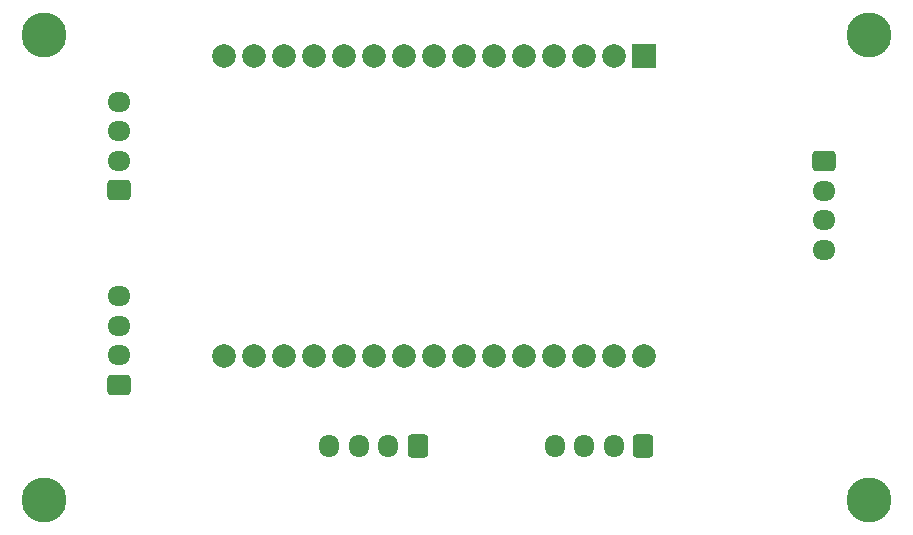
<source format=gts>
%TF.GenerationSoftware,KiCad,Pcbnew,8.0.6*%
%TF.CreationDate,2025-01-09T18:28:26-05:00*%
%TF.ProjectId,ESP32_ENCODERS,45535033-325f-4454-9e43-4f444552532e,rev?*%
%TF.SameCoordinates,Original*%
%TF.FileFunction,Soldermask,Top*%
%TF.FilePolarity,Negative*%
%FSLAX46Y46*%
G04 Gerber Fmt 4.6, Leading zero omitted, Abs format (unit mm)*
G04 Created by KiCad (PCBNEW 8.0.6) date 2025-01-09 18:28:26*
%MOMM*%
%LPD*%
G01*
G04 APERTURE LIST*
G04 Aperture macros list*
%AMRoundRect*
0 Rectangle with rounded corners*
0 $1 Rounding radius*
0 $2 $3 $4 $5 $6 $7 $8 $9 X,Y pos of 4 corners*
0 Add a 4 corners polygon primitive as box body*
4,1,4,$2,$3,$4,$5,$6,$7,$8,$9,$2,$3,0*
0 Add four circle primitives for the rounded corners*
1,1,$1+$1,$2,$3*
1,1,$1+$1,$4,$5*
1,1,$1+$1,$6,$7*
1,1,$1+$1,$8,$9*
0 Add four rect primitives between the rounded corners*
20,1,$1+$1,$2,$3,$4,$5,0*
20,1,$1+$1,$4,$5,$6,$7,0*
20,1,$1+$1,$6,$7,$8,$9,0*
20,1,$1+$1,$8,$9,$2,$3,0*%
G04 Aperture macros list end*
%ADD10C,3.800000*%
%ADD11O,1.700000X1.950000*%
%ADD12RoundRect,0.250000X0.600000X0.725000X-0.600000X0.725000X-0.600000X-0.725000X0.600000X-0.725000X0*%
%ADD13O,1.950000X1.700000*%
%ADD14RoundRect,0.250000X0.725000X-0.600000X0.725000X0.600000X-0.725000X0.600000X-0.725000X-0.600000X0*%
%ADD15RoundRect,0.250000X-0.725000X0.600000X-0.725000X-0.600000X0.725000X-0.600000X0.725000X0.600000X0*%
%ADD16C,2.000000*%
%ADD17R,2.000000X2.000000*%
G04 APERTURE END LIST*
D10*
%TO.C,H4*%
X129540000Y-90890000D03*
%TD*%
D11*
%TO.C,ENCODER4*%
X102930000Y-86360000D03*
X105430000Y-86360000D03*
X107930000Y-86360000D03*
D12*
X110430000Y-86360000D03*
%TD*%
D11*
%TO.C,ENCODER3*%
X83820000Y-86360000D03*
X86320000Y-86360000D03*
X88820000Y-86360000D03*
D12*
X91320000Y-86360000D03*
%TD*%
D13*
%TO.C,ENCODER2*%
X66040000Y-57190000D03*
X66040000Y-59690000D03*
X66040000Y-62190000D03*
D14*
X66040000Y-64690000D03*
%TD*%
%TO.C,ENCODER1*%
X66040000Y-81160000D03*
D13*
X66040000Y-78660000D03*
X66040000Y-76160000D03*
X66040000Y-73660000D03*
%TD*%
D15*
%TO.C,SerialCOM1*%
X125730000Y-62230000D03*
D13*
X125730000Y-64730000D03*
X125730000Y-67230000D03*
X125730000Y-69730000D03*
%TD*%
D16*
%TO.C,U1*%
X74920000Y-53340000D03*
X77460000Y-53340000D03*
X80000000Y-53340000D03*
X82540000Y-53340000D03*
X85080000Y-53340000D03*
X87620000Y-53340000D03*
X90160000Y-53340000D03*
X92700000Y-53340000D03*
X95240000Y-53340000D03*
X97780000Y-53340000D03*
X100320000Y-53340000D03*
X102860000Y-53340000D03*
X105400000Y-53340000D03*
X107940000Y-53340000D03*
D17*
X110480000Y-53340000D03*
D16*
X110480000Y-78740000D03*
X107940000Y-78740000D03*
X105400000Y-78740000D03*
X102860000Y-78740000D03*
X100320000Y-78740000D03*
X97780000Y-78740000D03*
X95240000Y-78740000D03*
X92700000Y-78740000D03*
X90160000Y-78740000D03*
X87620000Y-78740000D03*
X85080000Y-78740000D03*
X82540000Y-78740000D03*
X80000000Y-78740000D03*
X77460000Y-78740000D03*
X74920000Y-78740000D03*
%TD*%
D10*
%TO.C,H1*%
X59690000Y-51520000D03*
%TD*%
%TO.C,H2*%
X129540000Y-51520000D03*
%TD*%
%TO.C,H3*%
X59690000Y-90890000D03*
%TD*%
M02*

</source>
